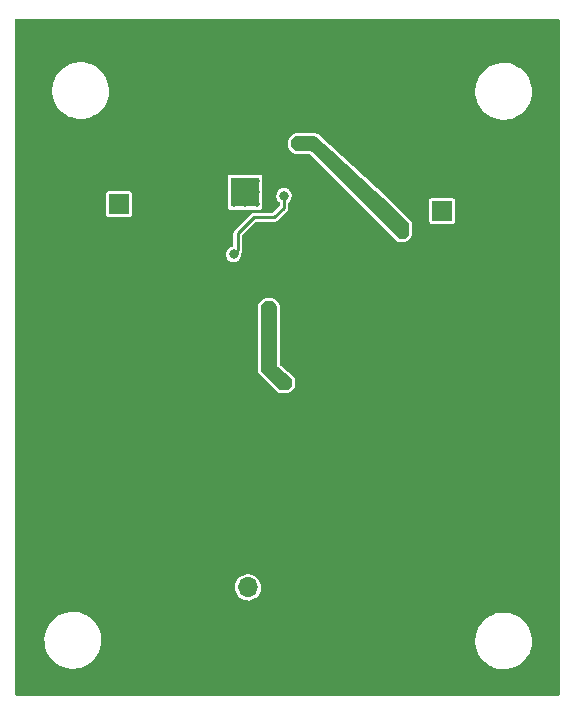
<source format=gbr>
%TF.GenerationSoftware,KiCad,Pcbnew,(6.0.6)*%
%TF.CreationDate,2022-12-02T12:37:59-05:00*%
%TF.ProjectId,SplitRail DC Power Supply,53706c69-7452-4616-996c-20444320506f,rev?*%
%TF.SameCoordinates,Original*%
%TF.FileFunction,Copper,L2,Bot*%
%TF.FilePolarity,Positive*%
%FSLAX46Y46*%
G04 Gerber Fmt 4.6, Leading zero omitted, Abs format (unit mm)*
G04 Created by KiCad (PCBNEW (6.0.6)) date 2022-12-02 12:37:59*
%MOMM*%
%LPD*%
G01*
G04 APERTURE LIST*
%TA.AperFunction,ComponentPad*%
%ADD10R,1.700000X1.700000*%
%TD*%
%TA.AperFunction,ComponentPad*%
%ADD11O,1.700000X1.700000*%
%TD*%
%TA.AperFunction,ComponentPad*%
%ADD12C,0.500000*%
%TD*%
%TA.AperFunction,SMDPad,CuDef*%
%ADD13R,2.450000X2.450000*%
%TD*%
%TA.AperFunction,ComponentPad*%
%ADD14C,0.600000*%
%TD*%
%TA.AperFunction,SMDPad,CuDef*%
%ADD15R,4.500000X2.950000*%
%TD*%
%TA.AperFunction,ViaPad*%
%ADD16C,0.800000*%
%TD*%
%TA.AperFunction,Conductor*%
%ADD17C,0.250000*%
%TD*%
G04 APERTURE END LIST*
D10*
%TO.P,J3,1,Pin_1*%
%TO.N,Net-(C10-2-Pad2)*%
X72561200Y-47294800D03*
D11*
%TO.P,J3,2,Pin_2*%
%TO.N,Earth*%
X72561200Y-44754800D03*
%TD*%
D10*
%TO.P,J1,1,Pin_1*%
%TO.N,Earth*%
X53589000Y-79197200D03*
D11*
%TO.P,J1,2,Pin_2*%
%TO.N,Net-(C1-1-Pad1)*%
X56129000Y-79197200D03*
%TD*%
D12*
%TO.P,U2,25,EP*%
%TO.N,unconnected-(U2-Pad25)*%
X54905000Y-44745000D03*
D13*
X55880000Y-45720000D03*
D12*
X56855000Y-44745000D03*
X54905000Y-46695000D03*
X55880000Y-46695000D03*
X54905000Y-45720000D03*
X56855000Y-46695000D03*
X55880000Y-45720000D03*
X55880000Y-44745000D03*
X56855000Y-45720000D03*
%TD*%
D14*
%TO.P,U1,9,GNDPAD*%
%TO.N,Earth*%
X53521200Y-71923200D03*
X54621200Y-70723200D03*
X53521200Y-70723200D03*
X57121200Y-70723200D03*
X55921200Y-71923200D03*
X57121200Y-71923200D03*
D15*
X55321200Y-71323200D03*
D14*
X54621200Y-71923200D03*
X55921200Y-70723200D03*
%TD*%
D10*
%TO.P,J2,1,Pin_1*%
%TO.N,Net-(C4-2-Pad1)*%
X45212000Y-46741000D03*
D11*
%TO.P,J2,2,Pin_2*%
%TO.N,Earth*%
X45212000Y-44201000D03*
%TD*%
D16*
%TO.N,Earth*%
X74066400Y-75285600D03*
X79400400Y-75285600D03*
X75844400Y-75285600D03*
X75844400Y-76758800D03*
X74066400Y-76758800D03*
X77622400Y-75285600D03*
X79400400Y-76758800D03*
X77622400Y-76758800D03*
X67513200Y-75285600D03*
X72847200Y-75285600D03*
X69291200Y-75285600D03*
X69291200Y-76758800D03*
X67513200Y-76758800D03*
X71069200Y-75285600D03*
X72847200Y-76758800D03*
X71069200Y-76758800D03*
X67513200Y-77927200D03*
X72847200Y-77927200D03*
X69291200Y-77927200D03*
X69291200Y-79400400D03*
X67513200Y-79400400D03*
X71069200Y-77927200D03*
X72847200Y-79400400D03*
X71069200Y-79400400D03*
X67513200Y-80721200D03*
X72847200Y-80721200D03*
X69291200Y-80721200D03*
X69291200Y-82194400D03*
X67513200Y-82194400D03*
X71069200Y-80721200D03*
X72847200Y-82194400D03*
X71069200Y-82194400D03*
X60807600Y-83413600D03*
X66141600Y-83413600D03*
X62585600Y-83413600D03*
X62585600Y-84886800D03*
X60807600Y-84886800D03*
X64363600Y-83413600D03*
X66141600Y-84886800D03*
X64363600Y-84886800D03*
X60807600Y-80721200D03*
X66141600Y-80721200D03*
X62585600Y-80721200D03*
X62585600Y-82194400D03*
X60807600Y-82194400D03*
X64363600Y-80721200D03*
X66141600Y-82194400D03*
X64363600Y-82194400D03*
X51816000Y-66649600D03*
X51816000Y-61315600D03*
X51816000Y-64871600D03*
X53289200Y-64871600D03*
X51816000Y-63093600D03*
X53289200Y-61315600D03*
X53289200Y-63093600D03*
X49022000Y-66649600D03*
X49022000Y-61315600D03*
X49022000Y-64871600D03*
X50495200Y-64871600D03*
X50495200Y-66649600D03*
X49022000Y-63093600D03*
X50495200Y-61315600D03*
X50495200Y-63093600D03*
X46177200Y-66649600D03*
X46177200Y-61315600D03*
X46177200Y-64871600D03*
X47650400Y-64871600D03*
X47650400Y-66649600D03*
X46177200Y-63093600D03*
X47650400Y-61315600D03*
X47650400Y-63093600D03*
X37846000Y-48209200D03*
X37846000Y-42875200D03*
X37846000Y-46431200D03*
X39319200Y-46431200D03*
X39319200Y-48209200D03*
X37846000Y-44653200D03*
X39319200Y-42875200D03*
X39319200Y-44653200D03*
X40690800Y-48209200D03*
X40690800Y-42875200D03*
X40690800Y-46431200D03*
X42164000Y-46431200D03*
X42164000Y-48209200D03*
X40690800Y-44653200D03*
X42164000Y-42875200D03*
X42164000Y-44653200D03*
X47193200Y-35001200D03*
X52527200Y-35001200D03*
X48971200Y-35001200D03*
X48971200Y-36474400D03*
X47193200Y-36474400D03*
X50749200Y-35001200D03*
X52527200Y-36474400D03*
X50749200Y-36474400D03*
X47193200Y-32308800D03*
X52527200Y-32308800D03*
X48971200Y-32308800D03*
X48971200Y-33782000D03*
X47193200Y-33782000D03*
X50749200Y-32308800D03*
X52527200Y-33782000D03*
X50749200Y-33782000D03*
X53797200Y-32308800D03*
X59131200Y-32308800D03*
X55575200Y-32308800D03*
X55575200Y-33782000D03*
X53797200Y-33782000D03*
X57353200Y-32308800D03*
X59131200Y-33782000D03*
X57353200Y-33782000D03*
X60706000Y-32308800D03*
X66040000Y-32308800D03*
X62484000Y-32308800D03*
X62484000Y-33782000D03*
X60706000Y-33782000D03*
X64262000Y-32308800D03*
X66040000Y-33782000D03*
X64262000Y-33782000D03*
X67411600Y-32308800D03*
X72745600Y-32308800D03*
X69189600Y-32308800D03*
X69189600Y-33782000D03*
X67411600Y-33782000D03*
X70967600Y-32308800D03*
X72745600Y-33782000D03*
X70967600Y-33782000D03*
X67411600Y-37642800D03*
X72745600Y-37642800D03*
X69189600Y-37642800D03*
X69189600Y-39116000D03*
X67411600Y-39116000D03*
X70967600Y-37642800D03*
X72745600Y-39116000D03*
X70967600Y-39116000D03*
X60655200Y-37592000D03*
X65989200Y-37592000D03*
X62433200Y-37592000D03*
X62433200Y-39065200D03*
X60655200Y-39065200D03*
X64211200Y-37592000D03*
X65989200Y-39065200D03*
X64211200Y-39065200D03*
X67411600Y-35001200D03*
X72745600Y-35001200D03*
X69189600Y-35001200D03*
X69189600Y-36474400D03*
X67411600Y-36474400D03*
X70967600Y-35001200D03*
X72745600Y-36474400D03*
X70967600Y-36474400D03*
X60655200Y-35001200D03*
X65989200Y-35001200D03*
X62433200Y-35001200D03*
X62433200Y-36474400D03*
X60655200Y-36474400D03*
X64211200Y-35001200D03*
X65989200Y-36474400D03*
X64211200Y-36474400D03*
X53797200Y-35001200D03*
X59131200Y-35001200D03*
X55575200Y-35001200D03*
X55575200Y-36474400D03*
X53797200Y-36474400D03*
X57353200Y-35001200D03*
X59131200Y-36474400D03*
X57353200Y-36474400D03*
X75793600Y-42062400D03*
X81127600Y-42062400D03*
X77571600Y-42062400D03*
X77571600Y-43535600D03*
X75793600Y-43535600D03*
X79349600Y-42062400D03*
X81127600Y-43535600D03*
X79349600Y-43535600D03*
X75844400Y-55778400D03*
X81178400Y-55778400D03*
X77622400Y-55778400D03*
X77622400Y-57251600D03*
X75844400Y-57251600D03*
X79400400Y-55778400D03*
X81178400Y-57251600D03*
X79400400Y-57251600D03*
X69138800Y-55778400D03*
X74472800Y-55778400D03*
X70916800Y-55778400D03*
X70916800Y-57251600D03*
X69138800Y-57251600D03*
X72694800Y-55778400D03*
X74472800Y-57251600D03*
X72694800Y-57251600D03*
X62636400Y-53035200D03*
X67970400Y-53035200D03*
X64414400Y-53035200D03*
X64414400Y-54508400D03*
X62636400Y-54508400D03*
X66192400Y-53035200D03*
X67970400Y-54508400D03*
X66192400Y-54508400D03*
X69138800Y-53035200D03*
X74472800Y-53035200D03*
X70916800Y-53035200D03*
X70916800Y-54508400D03*
X69138800Y-54508400D03*
X72694800Y-53035200D03*
X74472800Y-54508400D03*
X72694800Y-54508400D03*
X69138800Y-50342800D03*
X74472800Y-50342800D03*
X70916800Y-50342800D03*
X70916800Y-51816000D03*
X69138800Y-51816000D03*
X72694800Y-50342800D03*
X74472800Y-51816000D03*
X72694800Y-51816000D03*
X75793600Y-53035200D03*
X81127600Y-53035200D03*
X77571600Y-53035200D03*
X77571600Y-54508400D03*
X75793600Y-54508400D03*
X79349600Y-53035200D03*
X81127600Y-54508400D03*
X79349600Y-54508400D03*
X75793600Y-50342800D03*
X81127600Y-50342800D03*
X77571600Y-50342800D03*
X77571600Y-51816000D03*
X75793600Y-51816000D03*
X79349600Y-50342800D03*
X81127600Y-51816000D03*
X79349600Y-51816000D03*
X75793600Y-47548800D03*
X81127600Y-47548800D03*
X77571600Y-47548800D03*
X77571600Y-49022000D03*
X75793600Y-49022000D03*
X79349600Y-47548800D03*
X81127600Y-49022000D03*
X79349600Y-49022000D03*
X75793600Y-46177200D03*
X81127600Y-46177200D03*
X77571600Y-46177200D03*
X79349600Y-46177200D03*
X81127600Y-44704000D03*
X79349600Y-44704000D03*
X77571600Y-44704000D03*
X75793600Y-44704000D03*
%TO.N,5V*%
X57912000Y-55930800D03*
X59182000Y-61823600D03*
%TO.N,Net-(C3-2-Pad1)*%
X54914800Y-51003200D03*
X59182000Y-46024800D03*
%TO.N,Net-(C10-2-Pad2)*%
X60502800Y-41656000D03*
X69157600Y-48666400D03*
%TD*%
D17*
%TO.N,Net-(C3-2-Pad1)*%
X56642000Y-47853600D02*
X58369200Y-47853600D01*
X55270400Y-50647600D02*
X55270400Y-49225200D01*
X55270400Y-49225200D02*
X56642000Y-47853600D01*
X58369200Y-47853600D02*
X59182000Y-47040800D01*
X54914800Y-51003200D02*
X55270400Y-50647600D01*
X59182000Y-47040800D02*
X59182000Y-46024800D01*
%TD*%
%TA.AperFunction,Conductor*%
%TO.N,Net-(C10-2-Pad2)*%
G36*
X61893791Y-41015602D02*
G01*
X61910449Y-41028388D01*
X63228933Y-42227612D01*
X66926800Y-45590999D01*
X66931115Y-45595115D01*
X67538600Y-46202600D01*
X67539165Y-46203139D01*
X67539166Y-46203140D01*
X69709375Y-48273569D01*
X69744856Y-48335064D01*
X69748400Y-48364736D01*
X69748400Y-49319648D01*
X69728398Y-49387769D01*
X69704400Y-49415314D01*
X69428190Y-49652066D01*
X69363452Y-49681212D01*
X69346190Y-49682400D01*
X68987790Y-49682400D01*
X68919669Y-49662398D01*
X68898695Y-49645495D01*
X61468000Y-42214800D01*
X60154352Y-42214800D01*
X60086231Y-42194798D01*
X60058686Y-42170800D01*
X59821934Y-41894590D01*
X59792788Y-41829852D01*
X59791600Y-41812590D01*
X59791600Y-41352590D01*
X59811602Y-41284469D01*
X59828505Y-41263495D01*
X60059495Y-41032505D01*
X60121807Y-40998479D01*
X60148590Y-40995600D01*
X61825670Y-40995600D01*
X61893791Y-41015602D01*
G37*
%TD.AperFunction*%
%TD*%
%TA.AperFunction,Conductor*%
%TO.N,Earth*%
G36*
X82495621Y-31055302D02*
G01*
X82542114Y-31108958D01*
X82553500Y-31161300D01*
X82553500Y-88218700D01*
X82533498Y-88286821D01*
X82479842Y-88333314D01*
X82427500Y-88344700D01*
X36546100Y-88344700D01*
X36477979Y-88324698D01*
X36431486Y-88271042D01*
X36420100Y-88218700D01*
X36420100Y-83566871D01*
X38897068Y-83566871D01*
X38897155Y-83570873D01*
X38897155Y-83570880D01*
X38902572Y-83819129D01*
X38903749Y-83873065D01*
X38949283Y-84175930D01*
X38950379Y-84179790D01*
X38950380Y-84179795D01*
X38963706Y-84226730D01*
X39032931Y-84470553D01*
X39153337Y-84752160D01*
X39308549Y-85016185D01*
X39496051Y-85258347D01*
X39712804Y-85474722D01*
X39715985Y-85477176D01*
X39715986Y-85477177D01*
X39952101Y-85659339D01*
X39952105Y-85659342D01*
X39955294Y-85661802D01*
X39958773Y-85663839D01*
X40135579Y-85767363D01*
X40219589Y-85816553D01*
X40223274Y-85818121D01*
X40223278Y-85818123D01*
X40334211Y-85865325D01*
X40501406Y-85936467D01*
X40796175Y-86019601D01*
X41016738Y-86052368D01*
X41095819Y-86064116D01*
X41095821Y-86064116D01*
X41099118Y-86064606D01*
X41102449Y-86064746D01*
X41102453Y-86064746D01*
X41139137Y-86066283D01*
X41182484Y-86068100D01*
X41377874Y-86068100D01*
X41501315Y-86060226D01*
X41602039Y-86053801D01*
X41602044Y-86053800D01*
X41606047Y-86053545D01*
X41609984Y-86052783D01*
X41609986Y-86052783D01*
X41902801Y-85996130D01*
X41902805Y-85996129D01*
X41906738Y-85995368D01*
X42197600Y-85899456D01*
X42473918Y-85767363D01*
X42731212Y-85601231D01*
X42965310Y-85403752D01*
X43172419Y-85178129D01*
X43349180Y-84928018D01*
X43492728Y-84657474D01*
X43494144Y-84653717D01*
X43599319Y-84374644D01*
X43599321Y-84374638D01*
X43600736Y-84370883D01*
X43635887Y-84222763D01*
X43670524Y-84076807D01*
X43670525Y-84076802D01*
X43671453Y-84072891D01*
X43703732Y-83768329D01*
X43700533Y-83621680D01*
X43700446Y-83617671D01*
X75371468Y-83617671D01*
X75371555Y-83621673D01*
X75371555Y-83621680D01*
X75377127Y-83877036D01*
X75378149Y-83923865D01*
X75423683Y-84226730D01*
X75507331Y-84521353D01*
X75627737Y-84802960D01*
X75782949Y-85066985D01*
X75970451Y-85309147D01*
X76187204Y-85525522D01*
X76190385Y-85527976D01*
X76190386Y-85527977D01*
X76426501Y-85710139D01*
X76426505Y-85710142D01*
X76429694Y-85712602D01*
X76433173Y-85714639D01*
X76609979Y-85818163D01*
X76693989Y-85867353D01*
X76697674Y-85868921D01*
X76697678Y-85868923D01*
X76834897Y-85927310D01*
X76975806Y-85987267D01*
X77270575Y-86070401D01*
X77491138Y-86103168D01*
X77570219Y-86114916D01*
X77570221Y-86114916D01*
X77573518Y-86115406D01*
X77576849Y-86115546D01*
X77576853Y-86115546D01*
X77613537Y-86117083D01*
X77656884Y-86118900D01*
X77852274Y-86118900D01*
X77975715Y-86111026D01*
X78076439Y-86104601D01*
X78076444Y-86104600D01*
X78080447Y-86104345D01*
X78084384Y-86103583D01*
X78084386Y-86103583D01*
X78377201Y-86046930D01*
X78377205Y-86046929D01*
X78381138Y-86046168D01*
X78672000Y-85950256D01*
X78948318Y-85818163D01*
X79205612Y-85652031D01*
X79439710Y-85454552D01*
X79646819Y-85228929D01*
X79680631Y-85181087D01*
X79794929Y-85019358D01*
X79823580Y-84978818D01*
X79967128Y-84708274D01*
X80036180Y-84525051D01*
X80073719Y-84425444D01*
X80073721Y-84425438D01*
X80075136Y-84421683D01*
X80089449Y-84361369D01*
X80144924Y-84127607D01*
X80144925Y-84127602D01*
X80145853Y-84123691D01*
X80178132Y-83819129D01*
X80176937Y-83764320D01*
X80171539Y-83516952D01*
X80171539Y-83516947D01*
X80171451Y-83512935D01*
X80125917Y-83210070D01*
X80112621Y-83163237D01*
X80043368Y-82919319D01*
X80042269Y-82915447D01*
X79921863Y-82633840D01*
X79766651Y-82369815D01*
X79579149Y-82127653D01*
X79362396Y-81911278D01*
X79293368Y-81858023D01*
X79123099Y-81726661D01*
X79123095Y-81726658D01*
X79119906Y-81724198D01*
X78943338Y-81620813D01*
X78859075Y-81571475D01*
X78859072Y-81571473D01*
X78855611Y-81569447D01*
X78851926Y-81567879D01*
X78851922Y-81567877D01*
X78664851Y-81488278D01*
X78573794Y-81449533D01*
X78279025Y-81366399D01*
X78048814Y-81332199D01*
X77979381Y-81321884D01*
X77979379Y-81321884D01*
X77976082Y-81321394D01*
X77972751Y-81321254D01*
X77972747Y-81321254D01*
X77936063Y-81319717D01*
X77892716Y-81317900D01*
X77697326Y-81317900D01*
X77573885Y-81325774D01*
X77473161Y-81332199D01*
X77473156Y-81332200D01*
X77469153Y-81332455D01*
X77465216Y-81333217D01*
X77465214Y-81333217D01*
X77172399Y-81389870D01*
X77172395Y-81389871D01*
X77168462Y-81390632D01*
X76877600Y-81486544D01*
X76601282Y-81618637D01*
X76343988Y-81784769D01*
X76109890Y-81982248D01*
X75902781Y-82207871D01*
X75726020Y-82457982D01*
X75582472Y-82728526D01*
X75581057Y-82732282D01*
X75581056Y-82732283D01*
X75492134Y-82968232D01*
X75474464Y-83015117D01*
X75473535Y-83019032D01*
X75414853Y-83266311D01*
X75403747Y-83313109D01*
X75371468Y-83617671D01*
X43700446Y-83617671D01*
X43697139Y-83466152D01*
X43697139Y-83466147D01*
X43697051Y-83462135D01*
X43651517Y-83159270D01*
X43567869Y-82864647D01*
X43447463Y-82583040D01*
X43292251Y-82319015D01*
X43104749Y-82076853D01*
X42887996Y-81860478D01*
X42884814Y-81858023D01*
X42648699Y-81675861D01*
X42648695Y-81675858D01*
X42645506Y-81673398D01*
X42549027Y-81616907D01*
X42384675Y-81520675D01*
X42384672Y-81520673D01*
X42381211Y-81518647D01*
X42377526Y-81517079D01*
X42377522Y-81517077D01*
X42190451Y-81437478D01*
X42099394Y-81398733D01*
X41804625Y-81315599D01*
X41574414Y-81281399D01*
X41504981Y-81271084D01*
X41504979Y-81271084D01*
X41501682Y-81270594D01*
X41498351Y-81270454D01*
X41498347Y-81270454D01*
X41461663Y-81268917D01*
X41418316Y-81267100D01*
X41222926Y-81267100D01*
X41099485Y-81274974D01*
X40998761Y-81281399D01*
X40998756Y-81281400D01*
X40994753Y-81281655D01*
X40990816Y-81282417D01*
X40990814Y-81282417D01*
X40697999Y-81339070D01*
X40697995Y-81339071D01*
X40694062Y-81339832D01*
X40403200Y-81435744D01*
X40126882Y-81567837D01*
X39869588Y-81733969D01*
X39635490Y-81931448D01*
X39428381Y-82157071D01*
X39426067Y-82160346D01*
X39426064Y-82160349D01*
X39392479Y-82207871D01*
X39251620Y-82407182D01*
X39108072Y-82677726D01*
X39106657Y-82681482D01*
X39106656Y-82681483D01*
X39018482Y-82915447D01*
X39000064Y-82964317D01*
X38999135Y-82968232D01*
X38940803Y-83214037D01*
X38929347Y-83262309D01*
X38897068Y-83566871D01*
X36420100Y-83566871D01*
X36420100Y-79168269D01*
X55024164Y-79168269D01*
X55037392Y-79370094D01*
X55087178Y-79566128D01*
X55171856Y-79749807D01*
X55288588Y-79914980D01*
X55433466Y-80056113D01*
X55601637Y-80168482D01*
X55606940Y-80170760D01*
X55606943Y-80170762D01*
X55695291Y-80208719D01*
X55787470Y-80248322D01*
X55984740Y-80292960D01*
X55990509Y-80293187D01*
X55990512Y-80293187D01*
X56066683Y-80296179D01*
X56186842Y-80300900D01*
X56273132Y-80288389D01*
X56381286Y-80272708D01*
X56381291Y-80272707D01*
X56387007Y-80271878D01*
X56392479Y-80270020D01*
X56392481Y-80270020D01*
X56573067Y-80208719D01*
X56573069Y-80208718D01*
X56578531Y-80206864D01*
X56755001Y-80108037D01*
X56817433Y-80056113D01*
X56906073Y-79982391D01*
X56910505Y-79978705D01*
X57039837Y-79823201D01*
X57138664Y-79646731D01*
X57203678Y-79455207D01*
X57204507Y-79449491D01*
X57204508Y-79449486D01*
X57232167Y-79258716D01*
X57232700Y-79255042D01*
X57234215Y-79197200D01*
X57215708Y-78995791D01*
X57160807Y-78801126D01*
X57071351Y-78619727D01*
X57053079Y-78595257D01*
X56953788Y-78462291D01*
X56953787Y-78462290D01*
X56950335Y-78457667D01*
X56927350Y-78436420D01*
X56806053Y-78324294D01*
X56806051Y-78324292D01*
X56801812Y-78320374D01*
X56774374Y-78303062D01*
X56635637Y-78215525D01*
X56630757Y-78212446D01*
X56442898Y-78137498D01*
X56244526Y-78098039D01*
X56238752Y-78097963D01*
X56238748Y-78097963D01*
X56136257Y-78096622D01*
X56042286Y-78095392D01*
X56036589Y-78096371D01*
X56036588Y-78096371D01*
X55848646Y-78128665D01*
X55848645Y-78128665D01*
X55842949Y-78129644D01*
X55653193Y-78199649D01*
X55479371Y-78303062D01*
X55327305Y-78436420D01*
X55202089Y-78595257D01*
X55107914Y-78774253D01*
X55047937Y-78967413D01*
X55024164Y-79168269D01*
X36420100Y-79168269D01*
X36420100Y-60755410D01*
X56945300Y-60755410D01*
X56946763Y-60782717D01*
X56949642Y-60809500D01*
X56951491Y-60815405D01*
X56951492Y-60815410D01*
X56977345Y-60897973D01*
X56979434Y-60904644D01*
X56982396Y-60910068D01*
X56982398Y-60910073D01*
X56999421Y-60941247D01*
X57013460Y-60966956D01*
X57057039Y-61025171D01*
X58659629Y-62627761D01*
X58660886Y-62628890D01*
X58660889Y-62628893D01*
X58678726Y-62644916D01*
X58678736Y-62644924D01*
X58679970Y-62646033D01*
X58681274Y-62647084D01*
X58681280Y-62647089D01*
X58687970Y-62652480D01*
X58700944Y-62662936D01*
X58789287Y-62709149D01*
X58795225Y-62710892D01*
X58795226Y-62710893D01*
X58853085Y-62727882D01*
X58853089Y-62727883D01*
X58857408Y-62729151D01*
X58861856Y-62729791D01*
X58861863Y-62729792D01*
X58924942Y-62738861D01*
X58924949Y-62738861D01*
X58929390Y-62739500D01*
X59439457Y-62739500D01*
X59440588Y-62739458D01*
X59440601Y-62739458D01*
X59457117Y-62738848D01*
X59457124Y-62738848D01*
X59458305Y-62738804D01*
X59476839Y-62737433D01*
X59482318Y-62736013D01*
X59482320Y-62736013D01*
X59559765Y-62715947D01*
X59559768Y-62715946D01*
X59565248Y-62714526D01*
X59629686Y-62684722D01*
X59690677Y-62645108D01*
X60018915Y-62357899D01*
X60020427Y-62356383D01*
X60041943Y-62334805D01*
X60041952Y-62334795D01*
X60043441Y-62333302D01*
X60065872Y-62307515D01*
X60117615Y-62213934D01*
X60138207Y-62145989D01*
X60149180Y-62074100D01*
X60153021Y-61631340D01*
X60150273Y-61591684D01*
X60144545Y-61553017D01*
X60142425Y-61540772D01*
X60104334Y-61448645D01*
X60064928Y-61389588D01*
X60016365Y-61335455D01*
X58922095Y-60419763D01*
X58882690Y-60360707D01*
X58876963Y-60324368D01*
X58828348Y-55365618D01*
X58828348Y-55365616D01*
X58828338Y-55364602D01*
X58827658Y-55348315D01*
X58826476Y-55332288D01*
X58825124Y-55326956D01*
X58825123Y-55326950D01*
X58805998Y-55251525D01*
X58805997Y-55251522D01*
X58804645Y-55246190D01*
X58796367Y-55227802D01*
X58777349Y-55185561D01*
X58777349Y-55185560D01*
X58775499Y-55181452D01*
X58736512Y-55120065D01*
X58499304Y-54843323D01*
X58473150Y-54816957D01*
X58471440Y-54815467D01*
X58471427Y-54815455D01*
X58450735Y-54797428D01*
X58450733Y-54797426D01*
X58445605Y-54792959D01*
X58439640Y-54789692D01*
X58439638Y-54789690D01*
X58392679Y-54763967D01*
X58349751Y-54740451D01*
X58343234Y-54738538D01*
X58343233Y-54738537D01*
X58285953Y-54721718D01*
X58285949Y-54721717D01*
X58281630Y-54720449D01*
X58277182Y-54719809D01*
X58277175Y-54719808D01*
X58214096Y-54710739D01*
X58214089Y-54710739D01*
X58209648Y-54710100D01*
X57608590Y-54710100D01*
X57606935Y-54710189D01*
X57606923Y-54710189D01*
X57583541Y-54711442D01*
X57581283Y-54711563D01*
X57579606Y-54711743D01*
X57579597Y-54711744D01*
X57560658Y-54713780D01*
X57560657Y-54713780D01*
X57554500Y-54714442D01*
X57548595Y-54716291D01*
X57548590Y-54716292D01*
X57477550Y-54738537D01*
X57459356Y-54744234D01*
X57453932Y-54747196D01*
X57453927Y-54747198D01*
X57422753Y-54764221D01*
X57397044Y-54778260D01*
X57338829Y-54821839D01*
X57057039Y-55103629D01*
X57055910Y-55104886D01*
X57055907Y-55104889D01*
X57042275Y-55120065D01*
X57038767Y-55123970D01*
X57021864Y-55144944D01*
X56975651Y-55233287D01*
X56955649Y-55301408D01*
X56955009Y-55305856D01*
X56955008Y-55305863D01*
X56948755Y-55349360D01*
X56945300Y-55373390D01*
X56945300Y-60755410D01*
X36420100Y-60755410D01*
X36420100Y-50996338D01*
X54259558Y-50996338D01*
X54276835Y-51152833D01*
X54330943Y-51300690D01*
X54335180Y-51306996D01*
X54335182Y-51306999D01*
X54375509Y-51367011D01*
X54418758Y-51431372D01*
X54535210Y-51537335D01*
X54541885Y-51540959D01*
X54666899Y-51608837D01*
X54666901Y-51608838D01*
X54673576Y-51612462D01*
X54680925Y-51614390D01*
X54818519Y-51650487D01*
X54818521Y-51650487D01*
X54825869Y-51652415D01*
X54909180Y-51653724D01*
X54975698Y-51654769D01*
X54975701Y-51654769D01*
X54983295Y-51654888D01*
X55136768Y-51619738D01*
X55277425Y-51548995D01*
X55303669Y-51526581D01*
X55391374Y-51451674D01*
X55391376Y-51451671D01*
X55397148Y-51446742D01*
X55489024Y-51318883D01*
X55547750Y-51172798D01*
X55569934Y-51016923D01*
X55570078Y-51003200D01*
X55562820Y-50943227D01*
X55574492Y-50873199D01*
X55588958Y-50850084D01*
X55597554Y-50839181D01*
X55597555Y-50839179D01*
X55604003Y-50831000D01*
X55607005Y-50822451D01*
X55612272Y-50815081D01*
X55626794Y-50766522D01*
X55628627Y-50760881D01*
X55642795Y-50720536D01*
X55642795Y-50720535D01*
X55645423Y-50713052D01*
X55645900Y-50707545D01*
X55645900Y-50704838D01*
X55646011Y-50702266D01*
X55646059Y-50702106D01*
X55646203Y-50702112D01*
X55646242Y-50701494D01*
X55648090Y-50695314D01*
X55645997Y-50642045D01*
X55645900Y-50637099D01*
X55645900Y-49432927D01*
X55665902Y-49364806D01*
X55682805Y-49343832D01*
X56760632Y-48266005D01*
X56822944Y-48231979D01*
X56849727Y-48229100D01*
X58315704Y-48229100D01*
X58339001Y-48231579D01*
X58341086Y-48231677D01*
X58351266Y-48233869D01*
X58384184Y-48229973D01*
X58390021Y-48229629D01*
X58390013Y-48229528D01*
X58395192Y-48229100D01*
X58400393Y-48229100D01*
X58405521Y-48228246D01*
X58405527Y-48228246D01*
X58419187Y-48225972D01*
X58425063Y-48225135D01*
X58430152Y-48224533D01*
X58475410Y-48219176D01*
X58483577Y-48215254D01*
X58492513Y-48213767D01*
X58501675Y-48208823D01*
X58501679Y-48208822D01*
X58537129Y-48189694D01*
X58542420Y-48186998D01*
X58580949Y-48168497D01*
X58580950Y-48168496D01*
X58588100Y-48165063D01*
X58592331Y-48161506D01*
X58594263Y-48159574D01*
X58596137Y-48157855D01*
X58596274Y-48157781D01*
X58596374Y-48157891D01*
X58596854Y-48157468D01*
X58602529Y-48154406D01*
X58610409Y-48145882D01*
X58638727Y-48115247D01*
X58642157Y-48111680D01*
X59409695Y-47344143D01*
X59427906Y-47329436D01*
X59429461Y-47328021D01*
X59438210Y-47322372D01*
X59444658Y-47314192D01*
X59444661Y-47314190D01*
X59458734Y-47296339D01*
X59462621Y-47291965D01*
X59462543Y-47291899D01*
X59465898Y-47287940D01*
X59469576Y-47284262D01*
X59472595Y-47280038D01*
X59472602Y-47280029D01*
X59480679Y-47268726D01*
X59484243Y-47263980D01*
X59509154Y-47232380D01*
X59515603Y-47224200D01*
X59518605Y-47215652D01*
X59523872Y-47208281D01*
X59527406Y-47196466D01*
X59538396Y-47159717D01*
X59540231Y-47154070D01*
X59554395Y-47113736D01*
X59554395Y-47113735D01*
X59557023Y-47106252D01*
X59557500Y-47100745D01*
X59557500Y-47098038D01*
X59557611Y-47095468D01*
X59557659Y-47095306D01*
X59557804Y-47095312D01*
X59557843Y-47094692D01*
X59559691Y-47088513D01*
X59557597Y-47035219D01*
X59557500Y-47030273D01*
X59557500Y-46617686D01*
X59577502Y-46549565D01*
X59601669Y-46521875D01*
X59658576Y-46473272D01*
X59658577Y-46473271D01*
X59664348Y-46468342D01*
X59756224Y-46340483D01*
X59814950Y-46194398D01*
X59837134Y-46038523D01*
X59837278Y-46024800D01*
X59818363Y-45868494D01*
X59777780Y-45761093D01*
X59765394Y-45728314D01*
X59765393Y-45728311D01*
X59762710Y-45721212D01*
X59673531Y-45591457D01*
X59626971Y-45549974D01*
X59561648Y-45491772D01*
X59561645Y-45491770D01*
X59555976Y-45486719D01*
X59416831Y-45413045D01*
X59400122Y-45408848D01*
X59271498Y-45376540D01*
X59271496Y-45376540D01*
X59264128Y-45374689D01*
X59256530Y-45374649D01*
X59256528Y-45374649D01*
X59189319Y-45374297D01*
X59106684Y-45373865D01*
X59099305Y-45375637D01*
X59099301Y-45375637D01*
X58960967Y-45408848D01*
X58960963Y-45408849D01*
X58953588Y-45410620D01*
X58813679Y-45482832D01*
X58807957Y-45487824D01*
X58807955Y-45487825D01*
X58700759Y-45581338D01*
X58700756Y-45581341D01*
X58695034Y-45586333D01*
X58690667Y-45592547D01*
X58620103Y-45692949D01*
X58604501Y-45715148D01*
X58547309Y-45861839D01*
X58526758Y-46017938D01*
X58544035Y-46174433D01*
X58598143Y-46322290D01*
X58602380Y-46328596D01*
X58602382Y-46328599D01*
X58622966Y-46359231D01*
X58685958Y-46452972D01*
X58691573Y-46458081D01*
X58691578Y-46458087D01*
X58765300Y-46525169D01*
X58802222Y-46585809D01*
X58806500Y-46618362D01*
X58806500Y-46833073D01*
X58786498Y-46901194D01*
X58769595Y-46922168D01*
X58250568Y-47441195D01*
X58188256Y-47475221D01*
X58161473Y-47478100D01*
X56695496Y-47478100D01*
X56672208Y-47475621D01*
X56670110Y-47475522D01*
X56659933Y-47473331D01*
X56627870Y-47477126D01*
X56627015Y-47477227D01*
X56621179Y-47477571D01*
X56621187Y-47477672D01*
X56616008Y-47478100D01*
X56610807Y-47478100D01*
X56605677Y-47478954D01*
X56605675Y-47478954D01*
X56592008Y-47481229D01*
X56586131Y-47482066D01*
X56535790Y-47488024D01*
X56527623Y-47491946D01*
X56518687Y-47493433D01*
X56509525Y-47498377D01*
X56509521Y-47498378D01*
X56474071Y-47517506D01*
X56468780Y-47520202D01*
X56430251Y-47538703D01*
X56423100Y-47542137D01*
X56418869Y-47545694D01*
X56416937Y-47547626D01*
X56415063Y-47549345D01*
X56414926Y-47549419D01*
X56414826Y-47549309D01*
X56414346Y-47549732D01*
X56408671Y-47552794D01*
X56401602Y-47560441D01*
X56401601Y-47560442D01*
X56372460Y-47591967D01*
X56369030Y-47595533D01*
X55042711Y-48921852D01*
X55024480Y-48936577D01*
X55022940Y-48937978D01*
X55014190Y-48943628D01*
X55007743Y-48951806D01*
X54993664Y-48969665D01*
X54989783Y-48974032D01*
X54989861Y-48974098D01*
X54986507Y-48978056D01*
X54982825Y-48981738D01*
X54971739Y-48997252D01*
X54968188Y-49001981D01*
X54936797Y-49041800D01*
X54933795Y-49050349D01*
X54928528Y-49057719D01*
X54925544Y-49067698D01*
X54914008Y-49106270D01*
X54912174Y-49111914D01*
X54898004Y-49152265D01*
X54898003Y-49152271D01*
X54895377Y-49159748D01*
X54894900Y-49165255D01*
X54894900Y-49167962D01*
X54894789Y-49170535D01*
X54894741Y-49170694D01*
X54894597Y-49170688D01*
X54894558Y-49171308D01*
X54892710Y-49177487D01*
X54893119Y-49187892D01*
X54894803Y-49230755D01*
X54894900Y-49235702D01*
X54894900Y-50239630D01*
X54874898Y-50307751D01*
X54821242Y-50354244D01*
X54798314Y-50362149D01*
X54693767Y-50387248D01*
X54693763Y-50387249D01*
X54686388Y-50389020D01*
X54546479Y-50461232D01*
X54540757Y-50466224D01*
X54540755Y-50466225D01*
X54433559Y-50559738D01*
X54433556Y-50559741D01*
X54427834Y-50564733D01*
X54423467Y-50570947D01*
X54343373Y-50684909D01*
X54337301Y-50693548D01*
X54280109Y-50840239D01*
X54259558Y-50996338D01*
X36420100Y-50996338D01*
X36420100Y-47615674D01*
X44111500Y-47615674D01*
X44126034Y-47688740D01*
X44181399Y-47771601D01*
X44264260Y-47826966D01*
X44337326Y-47841500D01*
X46086674Y-47841500D01*
X46159740Y-47826966D01*
X46242601Y-47771601D01*
X46297966Y-47688740D01*
X46312500Y-47615674D01*
X46312500Y-46688823D01*
X54399391Y-46688823D01*
X54400555Y-46697725D01*
X54400555Y-46697728D01*
X54403436Y-46719756D01*
X54404500Y-46736093D01*
X54404500Y-46969674D01*
X54419034Y-47042740D01*
X54474399Y-47125601D01*
X54557260Y-47180966D01*
X54630326Y-47195500D01*
X54897063Y-47195500D01*
X54899374Y-47195521D01*
X54967499Y-47196770D01*
X54971256Y-47195746D01*
X54975217Y-47195500D01*
X55872063Y-47195500D01*
X55874374Y-47195521D01*
X55942499Y-47196770D01*
X55946256Y-47195746D01*
X55950217Y-47195500D01*
X56847063Y-47195500D01*
X56849374Y-47195521D01*
X56917499Y-47196770D01*
X56921256Y-47195746D01*
X56925217Y-47195500D01*
X57129674Y-47195500D01*
X57202740Y-47180966D01*
X57285601Y-47125601D01*
X57340966Y-47042740D01*
X57355500Y-46969674D01*
X57355500Y-46747576D01*
X57357246Y-46726671D01*
X57359689Y-46712148D01*
X57360496Y-46707354D01*
X57360647Y-46695000D01*
X57356773Y-46667949D01*
X57355500Y-46650087D01*
X57355500Y-45772576D01*
X57357246Y-45751671D01*
X57359689Y-45737148D01*
X57360496Y-45732354D01*
X57360647Y-45720000D01*
X57356773Y-45692949D01*
X57355500Y-45675087D01*
X57355500Y-44797576D01*
X57357246Y-44776671D01*
X57359689Y-44762148D01*
X57360496Y-44757354D01*
X57360647Y-44745000D01*
X57356773Y-44717949D01*
X57355500Y-44700087D01*
X57355500Y-44470326D01*
X57340966Y-44397260D01*
X57285601Y-44314399D01*
X57202740Y-44259034D01*
X57129674Y-44244500D01*
X56863574Y-44244500D01*
X56862804Y-44244498D01*
X56862191Y-44244494D01*
X56786376Y-44244031D01*
X56785047Y-44244411D01*
X56783737Y-44244500D01*
X55888574Y-44244500D01*
X55887804Y-44244498D01*
X55887191Y-44244494D01*
X55811376Y-44244031D01*
X55810047Y-44244411D01*
X55808737Y-44244500D01*
X54913574Y-44244500D01*
X54912804Y-44244498D01*
X54912191Y-44244494D01*
X54836376Y-44244031D01*
X54835047Y-44244411D01*
X54833737Y-44244500D01*
X54630326Y-44244500D01*
X54557260Y-44259034D01*
X54474399Y-44314399D01*
X54419034Y-44397260D01*
X54404500Y-44470326D01*
X54404500Y-44696259D01*
X54403000Y-44715643D01*
X54399391Y-44738823D01*
X54400555Y-44747725D01*
X54400555Y-44747728D01*
X54403436Y-44769756D01*
X54404500Y-44786093D01*
X54404500Y-45671259D01*
X54403000Y-45690643D01*
X54399391Y-45713823D01*
X54400555Y-45722725D01*
X54400555Y-45722728D01*
X54403436Y-45744756D01*
X54404500Y-45761093D01*
X54404500Y-46646259D01*
X54403000Y-46665643D01*
X54399391Y-46688823D01*
X46312500Y-46688823D01*
X46312500Y-45866326D01*
X46297966Y-45793260D01*
X46242601Y-45710399D01*
X46159740Y-45655034D01*
X46086674Y-45640500D01*
X44337326Y-45640500D01*
X44264260Y-45655034D01*
X44181399Y-45710399D01*
X44126034Y-45793260D01*
X44111500Y-45866326D01*
X44111500Y-47615674D01*
X36420100Y-47615674D01*
X36420100Y-41812590D01*
X59536100Y-41812590D01*
X59536703Y-41830132D01*
X59537891Y-41847394D01*
X59559811Y-41934742D01*
X59588957Y-41999480D01*
X59627944Y-42060867D01*
X59864696Y-42337077D01*
X59890850Y-42363443D01*
X59892560Y-42364933D01*
X59892573Y-42364945D01*
X59913265Y-42382972D01*
X59918395Y-42387441D01*
X59924360Y-42390708D01*
X59924362Y-42390710D01*
X59971321Y-42416433D01*
X60014249Y-42439949D01*
X60020766Y-42441862D01*
X60020767Y-42441863D01*
X60078047Y-42458682D01*
X60078051Y-42458683D01*
X60082370Y-42459951D01*
X60086818Y-42460591D01*
X60086825Y-42460592D01*
X60149904Y-42469661D01*
X60149911Y-42469661D01*
X60154352Y-42470300D01*
X61309978Y-42470300D01*
X61378099Y-42490302D01*
X61399073Y-42507205D01*
X68718029Y-49826161D01*
X68719286Y-49827290D01*
X68719289Y-49827293D01*
X68737126Y-49843316D01*
X68737136Y-49843324D01*
X68738370Y-49844433D01*
X68759344Y-49861336D01*
X68847687Y-49907549D01*
X68853625Y-49909292D01*
X68853626Y-49909293D01*
X68911485Y-49926282D01*
X68911489Y-49926283D01*
X68915808Y-49927551D01*
X68920256Y-49928191D01*
X68920263Y-49928192D01*
X68983342Y-49937261D01*
X68983349Y-49937261D01*
X68987790Y-49937900D01*
X69346190Y-49937900D01*
X69347254Y-49937863D01*
X69347279Y-49937863D01*
X69357359Y-49937516D01*
X69363732Y-49937297D01*
X69380994Y-49936109D01*
X69386408Y-49934750D01*
X69386410Y-49934750D01*
X69462936Y-49915546D01*
X69462940Y-49915545D01*
X69468342Y-49914189D01*
X69473424Y-49911901D01*
X69473427Y-49911900D01*
X69528971Y-49886893D01*
X69528972Y-49886893D01*
X69533080Y-49885043D01*
X69594467Y-49846056D01*
X69870677Y-49609304D01*
X69897043Y-49583150D01*
X69898533Y-49581440D01*
X69898545Y-49581427D01*
X69916572Y-49560735D01*
X69916574Y-49560733D01*
X69921041Y-49555605D01*
X69973549Y-49459751D01*
X69993551Y-49391630D01*
X69994192Y-49387175D01*
X70003261Y-49324096D01*
X70003261Y-49324089D01*
X70003900Y-49319648D01*
X70003900Y-48364736D01*
X70002097Y-48334435D01*
X69998553Y-48304763D01*
X69966162Y-48207377D01*
X69944293Y-48169474D01*
X71460700Y-48169474D01*
X71475234Y-48242540D01*
X71482128Y-48252857D01*
X71482128Y-48252858D01*
X71503237Y-48284450D01*
X71530599Y-48325401D01*
X71613460Y-48380766D01*
X71686526Y-48395300D01*
X73435874Y-48395300D01*
X73508940Y-48380766D01*
X73591801Y-48325401D01*
X73619163Y-48284450D01*
X73640272Y-48252858D01*
X73640272Y-48252857D01*
X73647166Y-48242540D01*
X73661700Y-48169474D01*
X73661700Y-46420126D01*
X73647166Y-46347060D01*
X73630616Y-46322290D01*
X73598693Y-46274514D01*
X73591801Y-46264199D01*
X73508940Y-46208834D01*
X73435874Y-46194300D01*
X71686526Y-46194300D01*
X71613460Y-46208834D01*
X71530599Y-46264199D01*
X71523707Y-46274514D01*
X71491785Y-46322290D01*
X71475234Y-46347060D01*
X71460700Y-46420126D01*
X71460700Y-48169474D01*
X69944293Y-48169474D01*
X69930681Y-48145882D01*
X69885741Y-48088703D01*
X67718185Y-46020805D01*
X67716065Y-46018733D01*
X67111781Y-45414449D01*
X67107467Y-45410236D01*
X67106012Y-45408848D01*
X67103422Y-45406377D01*
X67103379Y-45406336D01*
X67103152Y-45406120D01*
X67101334Y-45404427D01*
X67099013Y-45402264D01*
X67098964Y-45402219D01*
X67098715Y-45401987D01*
X67070738Y-45376540D01*
X62083346Y-40840269D01*
X62083341Y-40840265D01*
X62082364Y-40839376D01*
X62066017Y-40825709D01*
X62049359Y-40812923D01*
X62044173Y-40810288D01*
X62044170Y-40810286D01*
X61970959Y-40773086D01*
X61970958Y-40773086D01*
X61965773Y-40770451D01*
X61960195Y-40768813D01*
X61960192Y-40768812D01*
X61901975Y-40751718D01*
X61901971Y-40751717D01*
X61897652Y-40750449D01*
X61893204Y-40749809D01*
X61893197Y-40749808D01*
X61830118Y-40740739D01*
X61830111Y-40740739D01*
X61825670Y-40740100D01*
X60148590Y-40740100D01*
X60146935Y-40740189D01*
X60146923Y-40740189D01*
X60123541Y-40741442D01*
X60121283Y-40741563D01*
X60119606Y-40741743D01*
X60119597Y-40741744D01*
X60100658Y-40743780D01*
X60100657Y-40743780D01*
X60094500Y-40744442D01*
X60088595Y-40746291D01*
X60088590Y-40746292D01*
X60016672Y-40768812D01*
X59999356Y-40774234D01*
X59993932Y-40777196D01*
X59993927Y-40777198D01*
X59962753Y-40794221D01*
X59937044Y-40808260D01*
X59878829Y-40851839D01*
X59647839Y-41082829D01*
X59629567Y-41103170D01*
X59612664Y-41124144D01*
X59566451Y-41212487D01*
X59546449Y-41280608D01*
X59536100Y-41352590D01*
X59536100Y-41812590D01*
X36420100Y-41812590D01*
X36420100Y-37034071D01*
X39557468Y-37034071D01*
X39557555Y-37038073D01*
X39557555Y-37038080D01*
X39562972Y-37286329D01*
X39564149Y-37340265D01*
X39609683Y-37643130D01*
X39610779Y-37646990D01*
X39610780Y-37646995D01*
X39624106Y-37693930D01*
X39693331Y-37937753D01*
X39813737Y-38219360D01*
X39968949Y-38483385D01*
X40156451Y-38725547D01*
X40373204Y-38941922D01*
X40376385Y-38944376D01*
X40376386Y-38944377D01*
X40612501Y-39126539D01*
X40612505Y-39126542D01*
X40615694Y-39129002D01*
X40619173Y-39131039D01*
X40795979Y-39234563D01*
X40879989Y-39283753D01*
X40883674Y-39285321D01*
X40883678Y-39285323D01*
X40994611Y-39332525D01*
X41161806Y-39403667D01*
X41456575Y-39486801D01*
X41677138Y-39519568D01*
X41756219Y-39531316D01*
X41756221Y-39531316D01*
X41759518Y-39531806D01*
X41762849Y-39531946D01*
X41762853Y-39531946D01*
X41799537Y-39533483D01*
X41842884Y-39535300D01*
X42038274Y-39535300D01*
X42161715Y-39527426D01*
X42262439Y-39521001D01*
X42262444Y-39521000D01*
X42266447Y-39520745D01*
X42270384Y-39519983D01*
X42270386Y-39519983D01*
X42563201Y-39463330D01*
X42563205Y-39463329D01*
X42567138Y-39462568D01*
X42858000Y-39366656D01*
X43134318Y-39234563D01*
X43391612Y-39068431D01*
X43625710Y-38870952D01*
X43832819Y-38645329D01*
X44009580Y-38395218D01*
X44153128Y-38124674D01*
X44154544Y-38120917D01*
X44259719Y-37841844D01*
X44259721Y-37841838D01*
X44261136Y-37838083D01*
X44296287Y-37689963D01*
X44330924Y-37544007D01*
X44330925Y-37544002D01*
X44331853Y-37540091D01*
X44364132Y-37235529D01*
X44360933Y-37088880D01*
X44360846Y-37084871D01*
X75371468Y-37084871D01*
X75371555Y-37088873D01*
X75371555Y-37088880D01*
X75377127Y-37344236D01*
X75378149Y-37391065D01*
X75423683Y-37693930D01*
X75507331Y-37988553D01*
X75627737Y-38270160D01*
X75782949Y-38534185D01*
X75970451Y-38776347D01*
X76187204Y-38992722D01*
X76190385Y-38995176D01*
X76190386Y-38995177D01*
X76426501Y-39177339D01*
X76426505Y-39177342D01*
X76429694Y-39179802D01*
X76433173Y-39181839D01*
X76609979Y-39285363D01*
X76693989Y-39334553D01*
X76697674Y-39336121D01*
X76697678Y-39336123D01*
X76834898Y-39394510D01*
X76975806Y-39454467D01*
X77270575Y-39537601D01*
X77491138Y-39570368D01*
X77570219Y-39582116D01*
X77570221Y-39582116D01*
X77573518Y-39582606D01*
X77576849Y-39582746D01*
X77576853Y-39582746D01*
X77613537Y-39584283D01*
X77656884Y-39586100D01*
X77852274Y-39586100D01*
X77975715Y-39578226D01*
X78076439Y-39571801D01*
X78076444Y-39571800D01*
X78080447Y-39571545D01*
X78084384Y-39570783D01*
X78084386Y-39570783D01*
X78377201Y-39514130D01*
X78377205Y-39514129D01*
X78381138Y-39513368D01*
X78672000Y-39417456D01*
X78948318Y-39285363D01*
X79205612Y-39119231D01*
X79439710Y-38921752D01*
X79646819Y-38696129D01*
X79680631Y-38648287D01*
X79794929Y-38486558D01*
X79823580Y-38446018D01*
X79967128Y-38175474D01*
X80036180Y-37992251D01*
X80073719Y-37892644D01*
X80073721Y-37892638D01*
X80075136Y-37888883D01*
X80089449Y-37828569D01*
X80144924Y-37594807D01*
X80144925Y-37594802D01*
X80145853Y-37590891D01*
X80178132Y-37286329D01*
X80176937Y-37231520D01*
X80171539Y-36984152D01*
X80171539Y-36984147D01*
X80171451Y-36980135D01*
X80125917Y-36677270D01*
X80112621Y-36630437D01*
X80043368Y-36386519D01*
X80042269Y-36382647D01*
X79921863Y-36101040D01*
X79766651Y-35837015D01*
X79579149Y-35594853D01*
X79362396Y-35378478D01*
X79293368Y-35325223D01*
X79123099Y-35193861D01*
X79123095Y-35193858D01*
X79119906Y-35191398D01*
X78943338Y-35088013D01*
X78859075Y-35038675D01*
X78859072Y-35038673D01*
X78855611Y-35036647D01*
X78851926Y-35035079D01*
X78851922Y-35035077D01*
X78664851Y-34955478D01*
X78573794Y-34916733D01*
X78279025Y-34833599D01*
X78048814Y-34799399D01*
X77979381Y-34789084D01*
X77979379Y-34789084D01*
X77976082Y-34788594D01*
X77972751Y-34788454D01*
X77972747Y-34788454D01*
X77936063Y-34786917D01*
X77892716Y-34785100D01*
X77697326Y-34785100D01*
X77573885Y-34792974D01*
X77473161Y-34799399D01*
X77473156Y-34799400D01*
X77469153Y-34799655D01*
X77465216Y-34800417D01*
X77465214Y-34800417D01*
X77172399Y-34857070D01*
X77172395Y-34857071D01*
X77168462Y-34857832D01*
X76877600Y-34953744D01*
X76601282Y-35085837D01*
X76343988Y-35251969D01*
X76109890Y-35449448D01*
X75902781Y-35675071D01*
X75726020Y-35925182D01*
X75582472Y-36195726D01*
X75581057Y-36199482D01*
X75581056Y-36199483D01*
X75492134Y-36435432D01*
X75474464Y-36482317D01*
X75473535Y-36486232D01*
X75414853Y-36733511D01*
X75403747Y-36780309D01*
X75371468Y-37084871D01*
X44360846Y-37084871D01*
X44357539Y-36933352D01*
X44357539Y-36933347D01*
X44357451Y-36929335D01*
X44311917Y-36626470D01*
X44228269Y-36331847D01*
X44107863Y-36050240D01*
X43952651Y-35786215D01*
X43765149Y-35544053D01*
X43548396Y-35327678D01*
X43545214Y-35325223D01*
X43309099Y-35143061D01*
X43309095Y-35143058D01*
X43305906Y-35140598D01*
X43209427Y-35084107D01*
X43045075Y-34987875D01*
X43045072Y-34987873D01*
X43041611Y-34985847D01*
X43037926Y-34984279D01*
X43037922Y-34984277D01*
X42850851Y-34904678D01*
X42759794Y-34865933D01*
X42465025Y-34782799D01*
X42234814Y-34748599D01*
X42165381Y-34738284D01*
X42165379Y-34738284D01*
X42162082Y-34737794D01*
X42158751Y-34737654D01*
X42158747Y-34737654D01*
X42122063Y-34736117D01*
X42078716Y-34734300D01*
X41883326Y-34734300D01*
X41759885Y-34742174D01*
X41659161Y-34748599D01*
X41659156Y-34748600D01*
X41655153Y-34748855D01*
X41651216Y-34749617D01*
X41651214Y-34749617D01*
X41358399Y-34806270D01*
X41358395Y-34806271D01*
X41354462Y-34807032D01*
X41063600Y-34902944D01*
X40787282Y-35035037D01*
X40529988Y-35201169D01*
X40295890Y-35398648D01*
X40088781Y-35624271D01*
X40086467Y-35627546D01*
X40086464Y-35627549D01*
X40052879Y-35675071D01*
X39912020Y-35874382D01*
X39768472Y-36144926D01*
X39767057Y-36148682D01*
X39767056Y-36148683D01*
X39678882Y-36382647D01*
X39660464Y-36431517D01*
X39659535Y-36435432D01*
X39601203Y-36681237D01*
X39589747Y-36729509D01*
X39557468Y-37034071D01*
X36420100Y-37034071D01*
X36420100Y-31161300D01*
X36440102Y-31093179D01*
X36493758Y-31046686D01*
X36546100Y-31035300D01*
X82427500Y-31035300D01*
X82495621Y-31055302D01*
G37*
%TD.AperFunction*%
%TD*%
%TA.AperFunction,Conductor*%
%TO.N,5V*%
G36*
X58277769Y-54985602D02*
G01*
X58305314Y-55009600D01*
X58542522Y-55286342D01*
X58571668Y-55351080D01*
X58572850Y-55367107D01*
X58623200Y-60502800D01*
X58630357Y-60508789D01*
X59852397Y-61531400D01*
X59891803Y-61590457D01*
X59897531Y-61629124D01*
X59893690Y-62071884D01*
X59873098Y-62139829D01*
X59850667Y-62165616D01*
X59528978Y-62447095D01*
X59522429Y-62452825D01*
X59457991Y-62482629D01*
X59439457Y-62484000D01*
X58929390Y-62484000D01*
X58861269Y-62463998D01*
X58840295Y-62447095D01*
X57237705Y-60844505D01*
X57203679Y-60782193D01*
X57200800Y-60755410D01*
X57200800Y-55373390D01*
X57220802Y-55305269D01*
X57237705Y-55284295D01*
X57519495Y-55002505D01*
X57581807Y-54968479D01*
X57608590Y-54965600D01*
X58209648Y-54965600D01*
X58277769Y-54985602D01*
G37*
%TD.AperFunction*%
%TD*%
M02*

</source>
